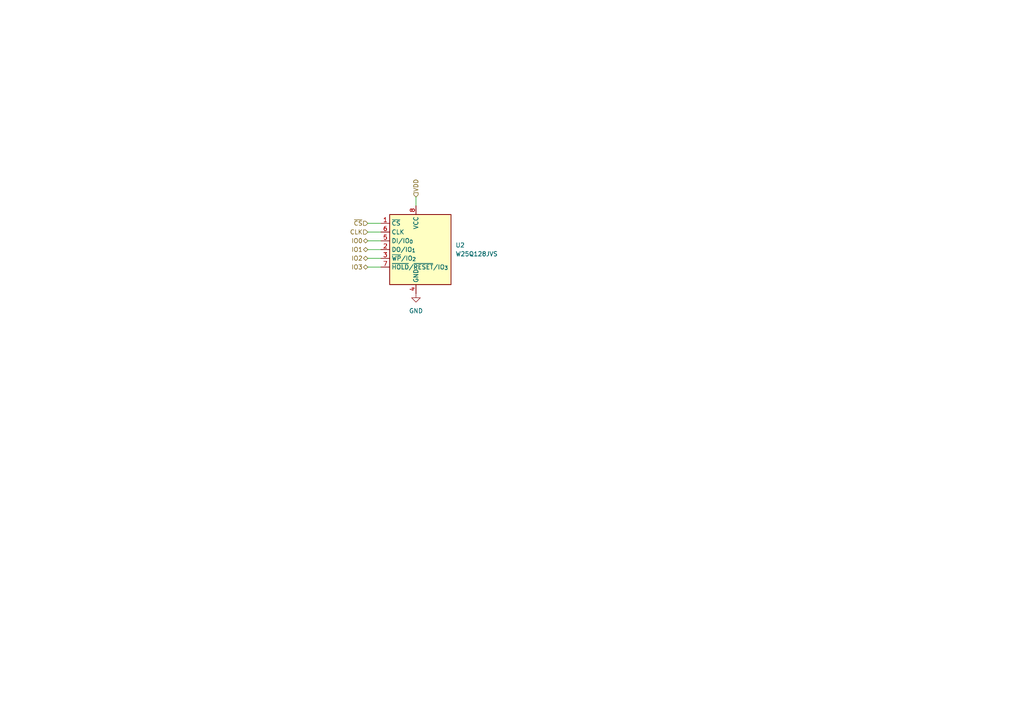
<source format=kicad_sch>
(kicad_sch (version 20250114) (generator "eeschema") (generator_version "9.0")
  (paper "A4")
  (lib_symbols
    (symbol "Memory_Flash:W25Q128JVS"
      (property "Reference" "U" (at -6.35 11.43 0))
      (property "Value" "W25Q128JVS" (at 7.62 11.43 0))
      (symbol "W25Q128JVS_0_1"
        (rectangle (start -7.62 10.16) (end 10.16 -10.16) (stroke (width 0.254)) (fill (type background)))
      )
      (symbol "W25Q128JVS_1_1"
        (pin input line (at -10.16 7.62 0) (length 2.54) (name "~{CS}") (number "1"))
        (pin input line (at -10.16 5.08 0) (length 2.54) (name "CLK") (number "6"))
        (pin bidirectional line (at -10.16 2.54 0) (length 2.54) (name "DI/IO_{0}") (number "5"))
        (pin bidirectional line (at -10.16 0 0) (length 2.54) (name "DO/IO_{1}") (number "2"))
        (pin bidirectional line (at -10.16 -2.54 0) (length 2.54) (name "~{WP}/IO_{2}") (number "3"))
        (pin bidirectional line (at -10.16 -5.08 0) (length 2.54) (name "~{HOLD}/~{RESET}/IO_{3}") (number "7"))
        (pin power_in line (at 0 12.7 270) (length 2.54) (name "VCC") (number "8"))
        (pin power_in line (at 0 -12.7 90) (length 2.54) (name "GND") (number "4"))
      )
    )
    (symbol "power:GND" (power) (pin_numbers (hide yes)) (pin_names (offset 0) (hide yes))
      (property "Value" "GND" (at 0 -3.81 0))
      (symbol "GND_0_1"
        (polyline (pts (xy 0 0) (xy 0 -1.27) (xy 1.27 -1.27) (xy 0 -2.54) (xy -1.27 -1.27) (xy 0 -1.27)))
      )
      (symbol "GND_1_1"
        (pin power_in line (at 0 0 270) (length 0) (name "~") (number "1"))
      )
    )
  )
  (wire (pts (xy 120.65 57.15) (xy 120.65 59.69)))
  (wire (pts (xy 106.68 67.31) (xy 110.49 67.31)))
  (wire (pts (xy 106.68 64.77) (xy 110.49 64.77)))
  (wire (pts (xy 106.68 77.47) (xy 110.49 77.47)))
  (wire (pts (xy 106.68 69.85) (xy 110.49 69.85)))
  (wire (pts (xy 106.68 74.93) (xy 110.49 74.93)))
  (wire (pts (xy 106.68 72.39) (xy 110.49 72.39)))
  (hierarchical_label "IO0" (shape bidirectional) (at 106.68 69.85 180))
  (hierarchical_label "IO2" (shape bidirectional) (at 106.68 74.93 180))
  (hierarchical_label "~{CS}" (shape input) (at 106.68 64.77 180))
  (hierarchical_label "VDD" (shape input) (at 120.65 57.15 90))
  (hierarchical_label "CLK" (shape input) (at 106.68 67.31 180))
  (hierarchical_label "IO1" (shape bidirectional) (at 106.68 72.39 180))
  (hierarchical_label "IO3" (shape bidirectional) (at 106.68 77.47 180))
  (symbol (lib_id "power:GND") (at 120.65 85.09 0) (unit 1)
    (property "Reference" "#PWR?" (effects (hide yes)))
    (property "Value" "GND" (at 120.65 90.17 0))
    (property "Description" "Power symbol creates a global label with name \"GND\" , ground" (effects (hide yes)))
    (instances (project "esp32" (path "" (reference "#PWR05") (unit 1))) (project "Data_Logger_Board" (path "" (reference "#PWR?") (unit 1))))
  )
  (symbol (lib_id "Memory_Flash:W25Q128JVS") (at 120.65 72.39 0) (unit 1)
    (property "Reference" "U?" (at 132.08 71.1199 0) (effects (justify left)))
    (property "Value" "W25Q128JVS" (at 132.08 73.6599 0) (effects (justify left)))
    (property "Footprint" "Package_SO:SOIC-8_5.3x5.3mm_P1.27mm" (effects (hide yes)))
    (property "Datasheet" "https://www.winbond.com/resource-files/w25q128jv_dtr%20revc%2003272018%20plus.pdf" (effects (hide yes)))
    (property "Description" "128Mbit / 16MiB Serial Flash Memory, Standard/Dual/Quad SPI, 2.7-3.6V, SOIC-8" (effects (hide yes)))
    (property "LCSC" "C97521" (effects (hide yes)))
    (instances (project "esp32" (path "" (reference "U2") (unit 1))) (project "Data_Logger_Board" (path "" (reference "U?") (unit 1))))
  )
)
</source>
